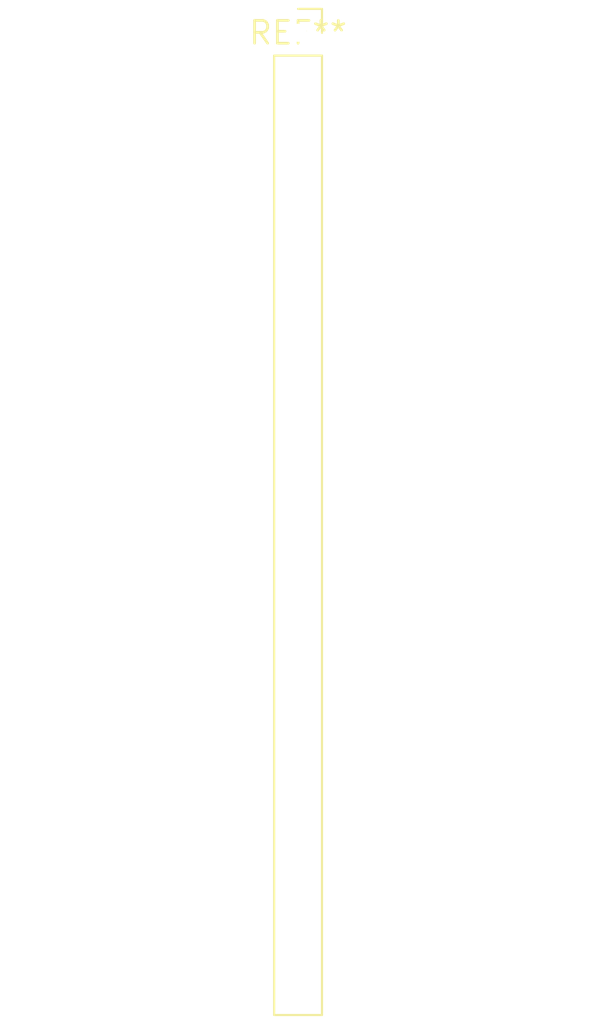
<source format=kicad_pcb>
(kicad_pcb (version 20240108) (generator pcbnew)
  (layers (0 "F.Cu" signal) (31 "B.Cu" signal) (34 "B.Paste" user) (35 "F.Paste" user) (36 "B.SilkS" user "B.Silkscreen") (37 "F.SilkS" user "F.Silkscreen") (38 "B.Mask" user) (39 "F.Mask" user) (44 "Edge.Cuts" user))
  (net 0 "")
  (footprint "PinSocket_1x22_P2.54mm_Vertical" (layer "F.Cu") (at 0 0)
    (property "Reference" "REF**")
    (property "Value" "PinSocket_1x22_P2.54mm_Vertical")
    (fp_line (start -1.33 1.27) (end -1.33 54.67) (layer "F.SilkS") (stroke (width 0.12)))
    (fp_line (start -1.33 1.27) (end 1.33 1.27) (layer "F.SilkS") (stroke (width 0.12)))
    (fp_line (start -1.33 54.67) (end 1.33 54.67) (layer "F.SilkS") (stroke (width 0.12)))
    (fp_line (start 0 -1.33) (end 1.33 -1.33) (layer "F.SilkS") (stroke (width 0.12)))
    (fp_line (start 1.33 -1.33) (end 1.33 0) (layer "F.SilkS") (stroke (width 0.12)))
    (fp_line (start 1.33 1.27) (end 1.33 54.67) (layer "F.SilkS") (stroke (width 0.12)))
    (pad "1" thru_hole rect (at 0 0) (size 1.7 1.7) (drill 1) (layers *.Cu *.Mask) (remove_unused_layers))
    (pad "2" thru_hole oval (at 0 2.54) (size 1.7 1.7) (drill 1) (layers *.Cu *.Mask) (remove_unused_layers))
    (pad "3" thru_hole oval (at 0 5.08) (size 1.7 1.7) (drill 1) (layers *.Cu *.Mask) (remove_unused_layers))
    (pad "4" thru_hole oval (at 0 7.62) (size 1.7 1.7) (drill 1) (layers *.Cu *.Mask) (remove_unused_layers))
    (pad "5" thru_hole oval (at 0 10.16) (size 1.7 1.7) (drill 1) (layers *.Cu *.Mask) (remove_unused_layers))
    (pad "6" thru_hole oval (at 0 12.7) (size 1.7 1.7) (drill 1) (layers *.Cu *.Mask) (remove_unused_layers))
    (pad "7" thru_hole oval (at 0 15.24) (size 1.7 1.7) (drill 1) (layers *.Cu *.Mask) (remove_unused_layers))
    (pad "8" thru_hole oval (at 0 17.78) (size 1.7 1.7) (drill 1) (layers *.Cu *.Mask) (remove_unused_layers))
    (pad "9" thru_hole oval (at 0 20.32) (size 1.7 1.7) (drill 1) (layers *.Cu *.Mask) (remove_unused_layers))
    (pad "10" thru_hole oval (at 0 22.86) (size 1.7 1.7) (drill 1) (layers *.Cu *.Mask) (remove_unused_layers))
    (pad "11" thru_hole oval (at 0 25.4) (size 1.7 1.7) (drill 1) (layers *.Cu *.Mask) (remove_unused_layers))
    (pad "12" thru_hole oval (at 0 27.94) (size 1.7 1.7) (drill 1) (layers *.Cu *.Mask) (remove_unused_layers))
    (pad "13" thru_hole oval (at 0 30.48) (size 1.7 1.7) (drill 1) (layers *.Cu *.Mask) (remove_unused_layers))
    (pad "14" thru_hole oval (at 0 33.02) (size 1.7 1.7) (drill 1) (layers *.Cu *.Mask) (remove_unused_layers))
    (pad "15" thru_hole oval (at 0 35.56) (size 1.7 1.7) (drill 1) (layers *.Cu *.Mask) (remove_unused_layers))
    (pad "16" thru_hole oval (at 0 38.1) (size 1.7 1.7) (drill 1) (layers *.Cu *.Mask) (remove_unused_layers))
    (pad "17" thru_hole oval (at 0 40.64) (size 1.7 1.7) (drill 1) (layers *.Cu *.Mask) (remove_unused_layers))
    (pad "18" thru_hole oval (at 0 43.18) (size 1.7 1.7) (drill 1) (layers *.Cu *.Mask) (remove_unused_layers))
    (pad "19" thru_hole oval (at 0 45.72) (size 1.7 1.7) (drill 1) (layers *.Cu *.Mask) (remove_unused_layers))
    (pad "20" thru_hole oval (at 0 48.26) (size 1.7 1.7) (drill 1) (layers *.Cu *.Mask) (remove_unused_layers))
    (pad "21" thru_hole oval (at 0 50.8) (size 1.7 1.7) (drill 1) (layers *.Cu *.Mask) (remove_unused_layers))
    (pad "22" thru_hole oval (at 0 53.34) (size 1.7 1.7) (drill 1) (layers *.Cu *.Mask) (remove_unused_layers))
  )
)
</source>
